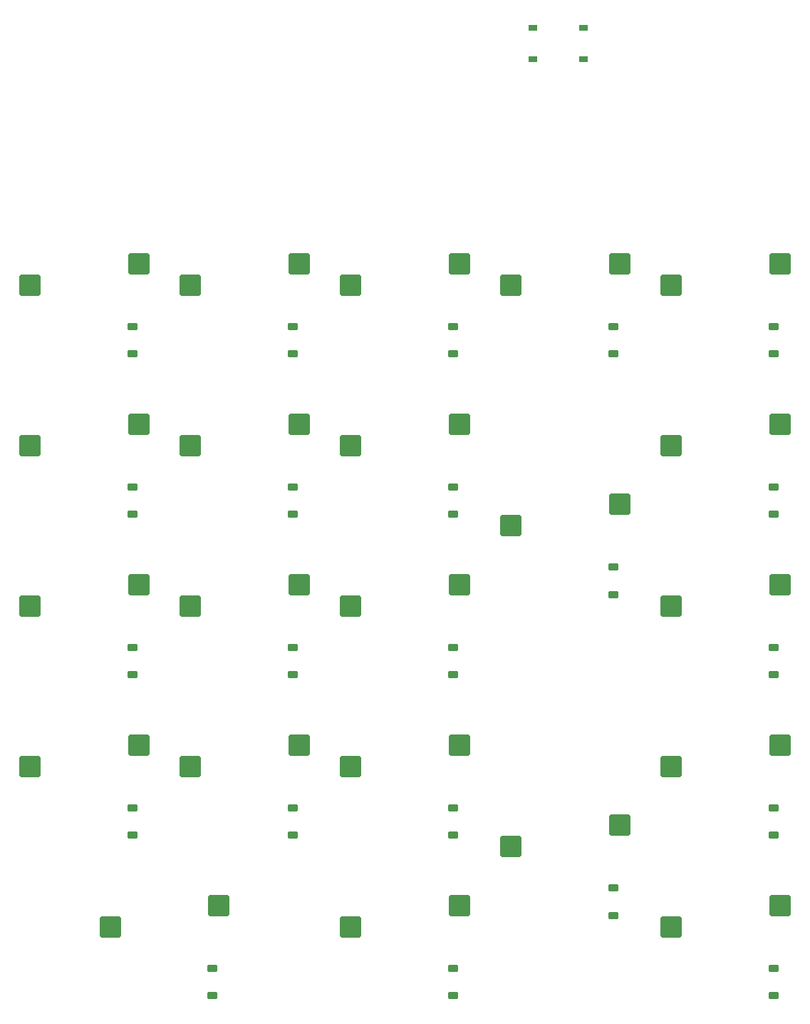
<source format=gbp>
%TF.GenerationSoftware,KiCad,Pcbnew,9.0.6*%
%TF.CreationDate,2025-11-16T09:10:10-08:00*%
%TF.ProjectId,MacroPad,4d616372-6f50-4616-942e-6b696361645f,rev?*%
%TF.SameCoordinates,Original*%
%TF.FileFunction,Paste,Bot*%
%TF.FilePolarity,Positive*%
%FSLAX46Y46*%
G04 Gerber Fmt 4.6, Leading zero omitted, Abs format (unit mm)*
G04 Created by KiCad (PCBNEW 9.0.6) date 2025-11-16 09:10:10*
%MOMM*%
%LPD*%
G01*
G04 APERTURE LIST*
G04 Aperture macros list*
%AMRoundRect*
0 Rectangle with rounded corners*
0 $1 Rounding radius*
0 $2 $3 $4 $5 $6 $7 $8 $9 X,Y pos of 4 corners*
0 Add a 4 corners polygon primitive as box body*
4,1,4,$2,$3,$4,$5,$6,$7,$8,$9,$2,$3,0*
0 Add four circle primitives for the rounded corners*
1,1,$1+$1,$2,$3*
1,1,$1+$1,$4,$5*
1,1,$1+$1,$6,$7*
1,1,$1+$1,$8,$9*
0 Add four rect primitives between the rounded corners*
20,1,$1+$1,$2,$3,$4,$5,0*
20,1,$1+$1,$4,$5,$6,$7,0*
20,1,$1+$1,$6,$7,$8,$9,0*
20,1,$1+$1,$8,$9,$2,$3,0*%
G04 Aperture macros list end*
%ADD10RoundRect,0.250000X-1.025000X-1.000000X1.025000X-1.000000X1.025000X1.000000X-1.025000X1.000000X0*%
%ADD11RoundRect,0.225000X0.375000X-0.225000X0.375000X0.225000X-0.375000X0.225000X-0.375000X-0.225000X0*%
%ADD12R,1.000000X0.750000*%
G04 APERTURE END LIST*
D10*
%TO.C,SW16*%
X71310000Y-135860000D03*
X84237000Y-133320000D03*
%TD*%
%TO.C,SW6*%
X52260000Y-97760000D03*
X65187000Y-95220000D03*
%TD*%
%TO.C,SW15*%
X52260000Y-135860000D03*
X65187000Y-133320000D03*
%TD*%
%TO.C,SW1*%
X52260000Y-78710000D03*
X65187000Y-76170000D03*
%TD*%
%TO.C,SW12*%
X90360000Y-116810000D03*
X103287000Y-114270000D03*
%TD*%
%TO.C,SW21*%
X109410000Y-145385000D03*
X122337000Y-142845000D03*
%TD*%
%TO.C,SW18*%
X128460000Y-135860000D03*
X141387000Y-133320000D03*
%TD*%
%TO.C,SW2*%
X71310000Y-78710000D03*
X84237000Y-76170000D03*
%TD*%
%TO.C,SW19*%
X61785000Y-154910000D03*
X74712000Y-152370000D03*
%TD*%
%TO.C,SW17*%
X90360000Y-135860000D03*
X103287000Y-133320000D03*
%TD*%
%TO.C,SW5*%
X128460000Y-78710000D03*
X141387000Y-76170000D03*
%TD*%
%TO.C,SW11*%
X71310000Y-116810000D03*
X84237000Y-114270000D03*
%TD*%
%TO.C,SW7*%
X71310000Y-97760000D03*
X84237000Y-95220000D03*
%TD*%
%TO.C,SW4*%
X109410000Y-78710000D03*
X122337000Y-76170000D03*
%TD*%
%TO.C,SW10*%
X52260000Y-116810000D03*
X65187000Y-114270000D03*
%TD*%
%TO.C,SW14*%
X128460000Y-116810000D03*
X141387000Y-114270000D03*
%TD*%
%TO.C,SW13*%
X109410000Y-107285000D03*
X122337000Y-104745000D03*
%TD*%
%TO.C,SW3*%
X90360000Y-78710000D03*
X103287000Y-76170000D03*
%TD*%
%TO.C,SW20*%
X90360000Y-154910000D03*
X103287000Y-152370000D03*
%TD*%
%TO.C,SW8*%
X90360000Y-97760000D03*
X103287000Y-95220000D03*
%TD*%
%TO.C,SW22*%
X128460000Y-154910000D03*
X141387000Y-152370000D03*
%TD*%
%TO.C,SW9*%
X128460000Y-97760000D03*
X141387000Y-95220000D03*
%TD*%
D11*
%TO.C,D19*%
X73950000Y-163100000D03*
X73950000Y-159800000D03*
%TD*%
%TO.C,D12*%
X102525000Y-125000000D03*
X102525000Y-121700000D03*
%TD*%
%TO.C,D3*%
X102525000Y-86900000D03*
X102525000Y-83600000D03*
%TD*%
%TO.C,D21*%
X121575000Y-153575000D03*
X121575000Y-150275000D03*
%TD*%
%TO.C,D9*%
X140625000Y-105950000D03*
X140625000Y-102650000D03*
%TD*%
%TO.C,D5*%
X140625000Y-86900000D03*
X140625000Y-83600000D03*
%TD*%
%TO.C,D14*%
X140625000Y-125000000D03*
X140625000Y-121700000D03*
%TD*%
%TO.C,D15*%
X64425000Y-144050000D03*
X64425000Y-140750000D03*
%TD*%
%TO.C,D6*%
X64425000Y-105950000D03*
X64425000Y-102650000D03*
%TD*%
D12*
%TO.C,SWR*%
X118000000Y-48125000D03*
X112000000Y-48125000D03*
X118000000Y-51875000D03*
X112000000Y-51875000D03*
%TD*%
D11*
%TO.C,D11*%
X83475000Y-125000000D03*
X83475000Y-121700000D03*
%TD*%
%TO.C,D2*%
X83475000Y-86900000D03*
X83475000Y-83600000D03*
%TD*%
%TO.C,D1*%
X64425000Y-86900000D03*
X64425000Y-83600000D03*
%TD*%
%TO.C,D4*%
X121575000Y-86900000D03*
X121575000Y-83600000D03*
%TD*%
%TO.C,D13*%
X121575000Y-115475000D03*
X121575000Y-112175000D03*
%TD*%
%TO.C,D10*%
X64425000Y-125000000D03*
X64425000Y-121700000D03*
%TD*%
%TO.C,D17*%
X102525000Y-144050000D03*
X102525000Y-140750000D03*
%TD*%
%TO.C,D18*%
X140625000Y-144050000D03*
X140625000Y-140750000D03*
%TD*%
%TO.C,D7*%
X83475000Y-105950000D03*
X83475000Y-102650000D03*
%TD*%
%TO.C,D8*%
X102525000Y-105950000D03*
X102525000Y-102650000D03*
%TD*%
%TO.C,D22*%
X140625000Y-163100000D03*
X140625000Y-159800000D03*
%TD*%
%TO.C,D20*%
X102525000Y-163100000D03*
X102525000Y-159800000D03*
%TD*%
%TO.C,D16*%
X83475000Y-144050000D03*
X83475000Y-140750000D03*
%TD*%
M02*

</source>
